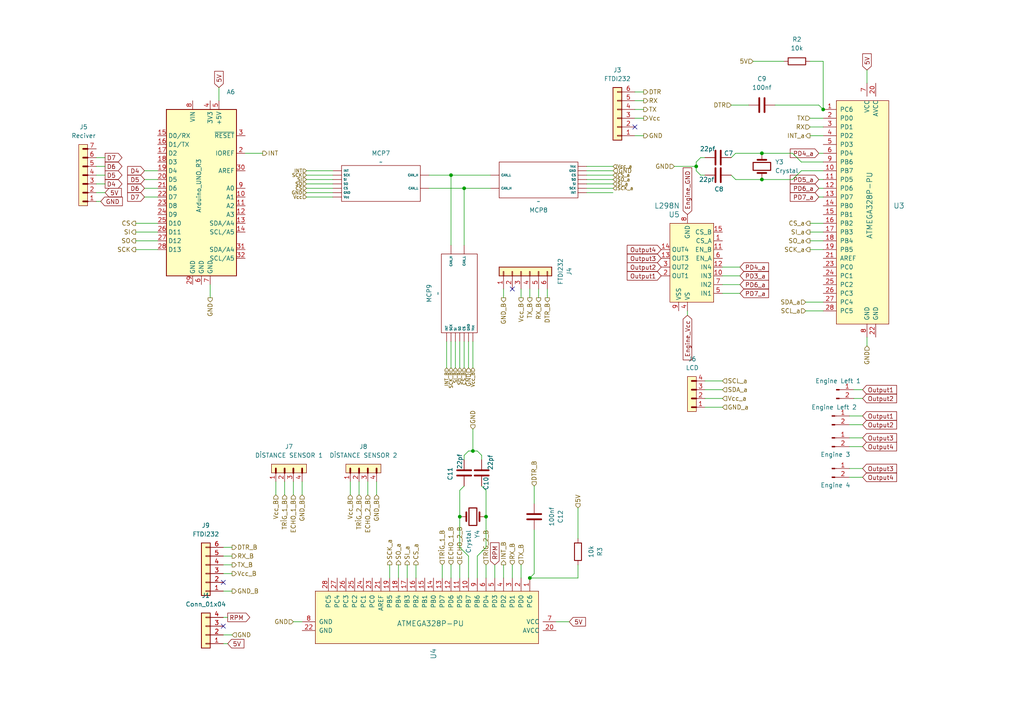
<source format=kicad_sch>
(kicad_sch (version 20231120) (generator "eeschema") (generator_version "8.0")
  (paper "A4")
  (title_block (title "All connections") (date "2024-07-21") (company "Ankara University"))
  (lib_symbols
    (symbol "Connector:Conn_01x02_Pin" (pin_names (offset 1.016) hide)
      (property "Reference" "J" (at 0 2.54 0))
      (property "Value" "Conn_01x02_Pin" (at 0 -5.08 0))
      (symbol "Conn_01x02_Pin_1_1"
        (polyline (pts (xy 1.27 -2.54) (xy 0.8636 -2.54)) (stroke (width 0.1524)))
        (polyline (pts (xy 1.27 0) (xy 0.8636 0)) (stroke (width 0.1524)))
        (rectangle (start 0.8636 -2.413) (end 0 -2.667) (stroke (width 0.1524)) (fill (type outline)))
        (rectangle (start 0.8636 0.127) (end 0 -0.127) (stroke (width 0.1524)) (fill (type outline)))
        (pin passive line (at 5.08 0 180) (length 3.81) (name "Pin_1") (number "1"))
        (pin passive line (at 5.08 -2.54 180) (length 3.81) (name "Pin_2") (number "2"))
      )
    )
    (symbol "Connector_Generic:Conn_01x04" (pin_names (offset 1.016) hide)
      (property "Reference" "J" (at 0 5.08 0))
      (property "Value" "Conn_01x04" (at 0 -7.62 0))
      (symbol "Conn_01x04_1_1"
        (rectangle (start -1.27 -4.953) (end 0 -5.207) (stroke (width 0.1524)))
        (rectangle (start -1.27 -2.413) (end 0 -2.667) (stroke (width 0.1524)))
        (rectangle (start -1.27 0.127) (end 0 -0.127) (stroke (width 0.1524)))
        (rectangle (start -1.27 2.667) (end 0 2.413) (stroke (width 0.1524)))
        (rectangle (start -1.27 3.81) (end 1.27 -6.35) (stroke (width 0.254)) (fill (type background)))
        (pin passive line (at -5.08 2.54 0) (length 3.81) (name "Pin_1") (number "1"))
        (pin passive line (at -5.08 0 0) (length 3.81) (name "Pin_2") (number "2"))
        (pin passive line (at -5.08 -2.54 0) (length 3.81) (name "Pin_3") (number "3"))
        (pin passive line (at -5.08 -5.08 0) (length 3.81) (name "Pin_4") (number "4"))
      )
    )
    (symbol "Connector_Generic:Conn_01x06" (pin_names (offset 1.016) hide)
      (property "Reference" "J" (at 0 7.62 0))
      (property "Value" "Conn_01x06" (at 0 -10.16 0))
      (symbol "Conn_01x06_1_1"
        (rectangle (start -1.27 -7.493) (end 0 -7.747) (stroke (width 0.1524)))
        (rectangle (start -1.27 -4.953) (end 0 -5.207) (stroke (width 0.1524)))
        (rectangle (start -1.27 -2.413) (end 0 -2.667) (stroke (width 0.1524)))
        (rectangle (start -1.27 0.127) (end 0 -0.127) (stroke (width 0.1524)))
        (rectangle (start -1.27 2.667) (end 0 2.413) (stroke (width 0.1524)))
        (rectangle (start -1.27 5.207) (end 0 4.953) (stroke (width 0.1524)))
        (rectangle (start -1.27 6.35) (end 1.27 -8.89) (stroke (width 0.254)) (fill (type background)))
        (pin passive line (at -5.08 5.08 0) (length 3.81) (name "Pin_1") (number "1"))
        (pin passive line (at -5.08 2.54 0) (length 3.81) (name "Pin_2") (number "2"))
        (pin passive line (at -5.08 0 0) (length 3.81) (name "Pin_3") (number "3"))
        (pin passive line (at -5.08 -2.54 0) (length 3.81) (name "Pin_4") (number "4"))
        (pin passive line (at -5.08 -5.08 0) (length 3.81) (name "Pin_5") (number "5"))
        (pin passive line (at -5.08 -7.62 0) (length 3.81) (name "Pin_6") (number "6"))
      )
    )
    (symbol "Device:C" (pin_numbers hide) (pin_names (offset 0.254))
      (property "Reference" "C" (at 0.635 2.54 0))
      (property "Value" "C" (at 0.635 -2.54 0))
      (symbol "C_0_1"
        (polyline (pts (xy -2.032 -0.762) (xy 2.032 -0.762)) (stroke (width 0.508)))
        (polyline (pts (xy -2.032 0.762) (xy 2.032 0.762)) (stroke (width 0.508)))
      )
      (symbol "C_1_1"
        (pin passive line (at 0 3.81 270) (length 2.794) (name "~") (number "1"))
        (pin passive line (at 0 -3.81 90) (length 2.794) (name "~") (number "2"))
      )
    )
    (symbol "Device:Crystal" (pin_numbers hide) (pin_names (offset 1.016) hide)
      (property "Reference" "Y" (at 0 3.81 0))
      (property "Value" "Crystal" (at 0 -3.81 0))
      (symbol "Crystal_0_1"
        (rectangle (start -1.143 2.54) (end 1.143 -2.54) (stroke (width 0.3048)))
        (polyline (pts (xy -2.54 0) (xy -1.905 0)))
        (polyline (pts (xy -1.905 -1.27) (xy -1.905 1.27)) (stroke (width 0.508)))
        (polyline (pts (xy 1.905 -1.27) (xy 1.905 1.27)) (stroke (width 0.508)))
        (polyline (pts (xy 2.54 0) (xy 1.905 0)))
      )
      (symbol "Crystal_1_1"
        (pin passive line (at -3.81 0 0) (length 1.27) (name "1") (number "1"))
        (pin passive line (at 3.81 0 180) (length 1.27) (name "2") (number "2"))
      )
    )
    (symbol "Device:R" (pin_numbers hide) (pin_names (offset 0))
      (property "Reference" "R" (at 2.032 0 90))
      (property "Value" "R" (at 0 0 90))
      (symbol "R_0_1"
        (rectangle (start -1.016 -2.54) (end 1.016 2.54) (stroke (width 0.254)))
      )
      (symbol "R_1_1"
        (pin passive line (at 0 3.81 270) (length 1.27) (name "~") (number "1"))
        (pin passive line (at 0 -3.81 90) (length 1.27) (name "~") (number "2"))
      )
    )
    (symbol "Embedded_library:MCP2515_modul_ET"
      (property "Reference" "MCP2515" (at 0 8.128 0))
      (symbol "MCP2515_modul_ET_0_1"
        (rectangle (start -10.16 5.334) (end 12.7 -5.08))
      )
      (symbol "MCP2515_modul_ET_1_1"
        (pin output line (at 15.24 2.54 180) (length 2.54) (name "CAN_H") (number ""))
        (pin output line (at 15.24 -1.27 180) (length 2.54) (name "CAN_L") (number ""))
        (pin input line (at -12.7 -1.27 0) (length 2.54) (name "CS") (number ""))
        (pin input line (at -12.7 -2.54 0) (length 2.54) (name "GND") (number ""))
        (pin input line (at -12.7 3.81 0) (length 2.54) (name "INT") (number ""))
        (pin input line (at -12.7 2.54 0) (length 2.54) (name "SCK") (number ""))
        (pin input line (at -12.7 1.27 0) (length 2.54) (name "SI") (number ""))
        (pin input line (at -12.7 0 0) (length 2.54) (name "SO") (number ""))
        (pin input line (at -12.7 -3.81 0) (length 2.54) (name "Vcc") (number ""))
      )
    )
    (symbol "MCU_Module:Arduino_UNO_R3"
      (property "Reference" "A" (at -10.16 23.495 0))
      (property "Value" "Arduino_UNO_R3" (at 5.08 -26.67 0))
      (symbol "Arduino_UNO_R3_0_1"
        (rectangle (start -10.16 22.86) (end 10.16 -25.4) (stroke (width 0.254)) (fill (type background)))
      )
      (symbol "Arduino_UNO_R3_1_1"
        (pin no_connect line (at -10.16 -20.32 0) (length 2.54) hide (name "NC") (number "1"))
        (pin bidirectional line (at 12.7 -2.54 180) (length 2.54) (name "A1") (number "10"))
        (pin bidirectional line (at 12.7 -5.08 180) (length 2.54) (name "A2") (number "11"))
        (pin bidirectional line (at 12.7 -7.62 180) (length 2.54) (name "A3") (number "12"))
        (pin bidirectional line (at 12.7 -10.16 180) (length 2.54) (name "SDA/A4") (number "13"))
        (pin bidirectional line (at 12.7 -12.7 180) (length 2.54) (name "SCL/A5") (number "14"))
        (pin bidirectional line (at -12.7 15.24 0) (length 2.54) (name "D0/RX") (number "15"))
        (pin bidirectional line (at -12.7 12.7 0) (length 2.54) (name "D1/TX") (number "16"))
        (pin bidirectional line (at -12.7 10.16 0) (length 2.54) (name "D2") (number "17"))
        (pin bidirectional line (at -12.7 7.62 0) (length 2.54) (name "D3") (number "18"))
        (pin bidirectional line (at -12.7 5.08 0) (length 2.54) (name "D4") (number "19"))
        (pin output line (at 12.7 10.16 180) (length 2.54) (name "IOREF") (number "2"))
        (pin bidirectional line (at -12.7 2.54 0) (length 2.54) (name "D5") (number "20"))
        (pin bidirectional line (at -12.7 0 0) (length 2.54) (name "D6") (number "21"))
        (pin bidirectional line (at -12.7 -2.54 0) (length 2.54) (name "D7") (number "22"))
        (pin bidirectional line (at -12.7 -5.08 0) (length 2.54) (name "D8") (number "23"))
        (pin bidirectional line (at -12.7 -7.62 0) (length 2.54) (name "D9") (number "24"))
        (pin bidirectional line (at -12.7 -10.16 0) (length 2.54) (name "D10") (number "25"))
        (pin bidirectional line (at -12.7 -12.7 0) (length 2.54) (name "D11") (number "26"))
        (pin bidirectional line (at -12.7 -15.24 0) (length 2.54) (name "D12") (number "27"))
        (pin bidirectional line (at -12.7 -17.78 0) (length 2.54) (name "D13") (number "28"))
        (pin power_in line (at -2.54 -27.94 90) (length 2.54) (name "GND") (number "29"))
        (pin input line (at 12.7 15.24 180) (length 2.54) (name "~{RESET}") (number "3"))
        (pin input line (at 12.7 5.08 180) (length 2.54) (name "AREF") (number "30"))
        (pin bidirectional line (at 12.7 -17.78 180) (length 2.54) (name "SDA/A4") (number "31"))
        (pin bidirectional line (at 12.7 -20.32 180) (length 2.54) (name "SCL/A5") (number "32"))
        (pin power_out line (at 2.54 25.4 270) (length 2.54) (name "3V3") (number "4"))
        (pin power_out line (at 5.08 25.4 270) (length 2.54) (name "+5V") (number "5"))
        (pin power_in line (at 0 -27.94 90) (length 2.54) (name "GND") (number "6"))
        (pin power_in line (at 2.54 -27.94 90) (length 2.54) (name "GND") (number "7"))
        (pin power_in line (at -2.54 25.4 270) (length 2.54) (name "VIN") (number "8"))
        (pin bidirectional line (at 12.7 0 180) (length 2.54) (name "A0") (number "9"))
      )
    )
    (symbol "PCM_SL_Pin_Headers:PINHD_1x4_Male"
      (property "Reference" "J" (at 0 8.89 0))
      (property "Value" "PINHD_1x4_Male" (at 0 6.35 0))
      (symbol "PINHD_1x4_Male_0_1"
        (rectangle (start -1.27 5.08) (end 1.27 -5.08) (fill (type background)))
        (polyline (pts (xy -1.27 -3.81) (xy 0 -3.81)) (stroke (width 0.3)))
        (polyline (pts (xy -1.27 -3.81) (xy 0 -3.81)) (stroke (width 0.5)))
        (polyline (pts (xy -1.27 -1.27) (xy 0 -1.27)) (stroke (width 0.3)))
        (polyline (pts (xy -1.27 -1.27) (xy 0 -1.27)) (stroke (width 0.5)))
        (polyline (pts (xy -1.27 1.27) (xy 0 1.27)) (stroke (width 0.3)))
        (polyline (pts (xy -1.27 1.27) (xy 0 1.27)) (stroke (width 0.5)))
        (polyline (pts (xy -1.27 3.81) (xy 0 3.81)) (stroke (width 0.3)))
        (polyline (pts (xy -1.27 3.81) (xy 0 3.81)) (stroke (width 0.5)))
      )
      (symbol "PINHD_1x4_Male_1_1"
        (pin passive line (at -3.81 3.81 0) (length 2.54) (name "") (number "1"))
        (pin passive line (at -3.81 1.27 0) (length 2.54) (name "") (number "2"))
        (pin passive line (at -3.81 -1.27 0) (length 2.54) (name "") (number "3"))
        (pin passive line (at -3.81 -3.81 0) (length 2.54) (name "") (number "4"))
      )
    )
    (symbol "PCM_SL_Pin_Headers:PINHD_1x7_Male"
      (property "Reference" "J" (at 0 12.7 0))
      (property "Value" "PINHD_1x7_Male" (at 0 10.16 0))
      (symbol "PINHD_1x7_Male_0_1"
        (rectangle (start -1.27 8.89) (end 1.27 -8.89) (fill (type background)))
        (polyline (pts (xy -1.27 -7.62) (xy 0 -7.62)) (stroke (width 0.3)))
        (polyline (pts (xy -1.27 -7.62) (xy 0 -7.62)) (stroke (width 0.5)))
        (polyline (pts (xy -1.27 -5.08) (xy 0 -5.08)) (stroke (width 0.3)))
        (polyline (pts (xy -1.27 -5.08) (xy 0 -5.08)) (stroke (width 0.5)))
        (polyline (pts (xy -1.27 -2.54) (xy 0 -2.54)) (stroke (width 0.3)))
        (polyline (pts (xy -1.27 -2.54) (xy 0 -2.54)) (stroke (width 0.5)))
        (polyline (pts (xy -1.27 0) (xy 0 0)) (stroke (width 0.3)))
        (polyline (pts (xy -1.27 0) (xy 0 0)) (stroke (width 0.5)))
        (polyline (pts (xy -1.27 2.54) (xy 0 2.54)) (stroke (width 0.3)))
        (polyline (pts (xy -1.27 2.54) (xy 0 2.54)) (stroke (width 0.5)))
        (polyline (pts (xy -1.27 5.08) (xy 0 5.08)) (stroke (width 0.3)))
        (polyline (pts (xy -1.27 5.08) (xy 0 5.08)) (stroke (width 0.5)))
        (polyline (pts (xy -1.27 7.62) (xy 0 7.62)) (stroke (width 0.3)))
        (polyline (pts (xy -1.27 7.62) (xy 0 7.62)) (stroke (width 0.5)))
      )
      (symbol "PINHD_1x7_Male_1_1"
        (pin passive line (at -3.81 7.62 0) (length 2.54) (name "") (number "1"))
        (pin passive line (at -3.81 5.08 0) (length 2.54) (name "") (number "2"))
        (pin passive line (at -3.81 2.54 0) (length 2.54) (name "") (number "3"))
        (pin passive line (at -3.81 0 0) (length 2.54) (name "") (number "4"))
        (pin passive line (at -3.81 -2.54 0) (length 2.54) (name "") (number "5"))
        (pin passive line (at -3.81 -5.08 0) (length 2.54) (name "") (number "6"))
        (pin passive line (at -3.81 -7.62 0) (length 2.54) (name "") (number "7"))
      )
    )
    (symbol "dk_Embedded-Microcontrollers:ATMEGA328P-PU" (pin_names (offset 1.016))
      (property "Reference" "U" (at -8.89 33.02 0))
      (property "Value" "ATMEGA328P-PU" (at 2.54 -1.27 90))
      (symbol "ATMEGA328P-PU_0_1"
        (rectangle (start -8.89 30.48) (end 6.35 -34.29) (fill (type background)))
      )
      (symbol "ATMEGA328P-PU_1_1"
        (pin bidirectional line (at -12.7 27.94 0) (length 3.81) (name "PC6") (number "1"))
        (pin bidirectional line (at -12.7 10.16 0) (length 3.81) (name "PB7") (number "10"))
        (pin bidirectional line (at -12.7 7.62 0) (length 3.81) (name "PD5") (number "11"))
        (pin bidirectional line (at -12.7 5.08 0) (length 3.81) (name "PD6") (number "12"))
        (pin bidirectional line (at -12.7 2.54 0) (length 3.81) (name "PD7") (number "13"))
        (pin bidirectional line (at -12.7 0 0) (length 3.81) (name "PB0") (number "14"))
        (pin bidirectional line (at -12.7 -2.54 0) (length 3.81) (name "PB1") (number "15"))
        (pin bidirectional line (at -12.7 -5.08 0) (length 3.81) (name "PB2") (number "16"))
        (pin bidirectional line (at -12.7 -7.62 0) (length 3.81) (name "PB3") (number "17"))
        (pin bidirectional line (at -12.7 -10.16 0) (length 3.81) (name "PB4") (number "18"))
        (pin bidirectional line (at -12.7 -12.7 0) (length 3.81) (name "PB5") (number "19"))
        (pin bidirectional line (at -12.7 25.4 0) (length 3.81) (name "PD0") (number "2"))
        (pin power_in line (at 2.54 35.56 270) (length 3.81) (name "AVCC") (number "20"))
        (pin input line (at -12.7 -15.24 0) (length 3.81) (name "AREF") (number "21"))
        (pin power_in line (at 2.54 -38.1 90) (length 3.81) (name "GND") (number "22"))
        (pin bidirectional line (at -12.7 -17.78 0) (length 3.81) (name "PC0") (number "23"))
        (pin bidirectional line (at -12.7 -20.32 0) (length 3.81) (name "PC1") (number "24"))
        (pin bidirectional line (at -12.7 -22.86 0) (length 3.81) (name "PC2") (number "25"))
        (pin bidirectional line (at -12.7 -25.4 0) (length 3.81) (name "PC3") (number "26"))
        (pin bidirectional line (at -12.7 -27.94 0) (length 3.81) (name "PC4") (number "27"))
        (pin bidirectional line (at -12.7 -30.48 0) (length 3.81) (name "PC5") (number "28"))
        (pin bidirectional line (at -12.7 22.86 0) (length 3.81) (name "PD1") (number "3"))
        (pin bidirectional line (at -12.7 20.32 0) (length 3.81) (name "PD2") (number "4"))
        (pin bidirectional line (at -12.7 17.78 0) (length 3.81) (name "PD3") (number "5"))
        (pin bidirectional line (at -12.7 15.24 0) (length 3.81) (name "PD4") (number "6"))
        (pin power_in line (at 0 35.56 270) (length 3.81) (name "VCC") (number "7"))
        (pin power_in line (at 0 -38.1 90) (length 3.81) (name "GND") (number "8"))
        (pin bidirectional line (at -12.7 12.7 0) (length 3.81) (name "PB6") (number "9"))
      )
    )
    (symbol "dk_PMIC-Full-Half-Bridge-Drivers:L298N"
      (property "Reference" "U" (at -5.08 8.89 0))
      (property "Value" "L298N" (at -2.54 11.43 0))
      (symbol "L298N_0_1"
        (rectangle (start -7.62 7.62) (end 5.08 -15.24) (fill (type background)))
      )
      (symbol "L298N_1_1"
        (pin input line (at -10.16 -10.16 0) (length 2.54) (name "CS_A") (number "1"))
        (pin input line (at -10.16 0 0) (length 2.54) (name "IN3") (number "10"))
        (pin input line (at -10.16 -7.62 0) (length 2.54) (name "EN_B") (number "11"))
        (pin input line (at -10.16 -2.54 0) (length 2.54) (name "IN4") (number "12"))
        (pin output line (at 7.62 -5.08 180) (length 2.54) (name "OUT3") (number "13"))
        (pin output line (at 7.62 -7.62 180) (length 2.54) (name "OUT4") (number "14"))
        (pin input line (at -10.16 -12.7 0) (length 2.54) (name "CS_B") (number "15"))
        (pin output line (at 7.62 0 180) (length 2.54) (name "OUT1") (number "2"))
        (pin output line (at 7.62 -2.54 180) (length 2.54) (name "OUT2") (number "3"))
        (pin power_in line (at 0 10.16 270) (length 2.54) (name "VS") (number "4"))
        (pin input line (at -10.16 5.08 0) (length 2.54) (name "IN1") (number "5"))
        (pin input line (at -10.16 -5.08 0) (length 2.54) (name "EN_A") (number "6"))
        (pin input line (at -10.16 2.54 0) (length 2.54) (name "IN2") (number "7"))
        (pin power_in line (at 0 -17.78 90) (length 2.54) (name "GND") (number "8"))
        (pin power_in line (at 2.54 10.16 270) (length 2.54) (name "VSS") (number "9"))
      )
    )
  )
  (junction (at 137.16 130.81))
  (junction (at 133.35 149.86))
  (junction (at 220.98 44.45))
  (junction (at 130.81 50.8))
  (junction (at 153.67 167.64))
  (junction (at 238.76 31.75))
  (junction (at 140.97 149.86))
  (junction (at 220.98 52.07))
  (junction (at 134.62 54.61))
  (junction (at 201.93 48.26))
  (no_connect (at 64.77 168.91))
  (no_connect (at 184.15 36.83))
  (no_connect (at 64.77 181.61))
  (no_connect (at 148.59 83.82))
  (wire (pts (xy 237.49 30.48) (xy 238.76 31.75)))
  (wire (pts (xy 209.55 77.47) (xy 214.63 77.47)))
  (wire (pts (xy 146.05 163.83) (xy 146.05 167.64)))
  (wire (pts (xy 27.94 48.26) (xy 30.48 48.26)))
  (wire (pts (xy 213.36 44.45) (xy 212.09 45.72)))
  (wire (pts (xy 133.35 149.86) (xy 133.35 142.24)))
  (wire (pts (xy 88.9 57.15) (xy 96.52 57.15)))
  (wire (pts (xy 246.38 127) (xy 250.19 127)))
  (wire (pts (xy 232.41 46.99) (xy 238.76 46.99)))
  (wire (pts (xy 64.77 161.29) (xy 67.31 161.29)))
  (wire (pts (xy 220.98 44.45) (xy 213.36 44.45)))
  (wire (pts (xy 41.91 49.53) (xy 45.72 49.53)))
  (wire (pts (xy 134.62 54.61) (xy 134.62 71.12)))
  (wire (pts (xy 39.37 64.77) (xy 45.72 64.77)))
  (wire (pts (xy 199.39 90.17) (xy 199.39 91.44)))
  (wire (pts (xy 124.46 50.8) (xy 130.81 50.8)))
  (wire (pts (xy 137.16 124.46) (xy 137.16 130.81)))
  (wire (pts (xy 209.55 82.55) (xy 214.63 82.55)))
  (wire (pts (xy 154.94 140.97) (xy 154.94 146.05)))
  (wire (pts (xy 177.8 50.8) (xy 170.18 50.8)))
  (wire (pts (xy 234.95 36.83) (xy 238.76 36.83)))
  (wire (pts (xy 246.38 120.65) (xy 250.19 120.65)))
  (wire (pts (xy 39.37 72.39) (xy 45.72 72.39)))
  (wire (pts (xy 212.09 30.48) (xy 217.17 30.48)))
  (wire (pts (xy 201.93 48.26) (xy 201.93 49.53)))
  (wire (pts (xy 234.95 64.77) (xy 238.76 64.77)))
  (wire (pts (xy 184.15 31.75) (xy 186.69 31.75)))
  (wire (pts (xy 88.9 49.53) (xy 96.52 49.53)))
  (wire (pts (xy 167.64 163.83) (xy 167.64 167.64)))
  (wire (pts (xy 41.91 52.07) (xy 45.72 52.07)))
  (wire (pts (xy 115.57 163.83) (xy 115.57 167.64)))
  (wire (pts (xy 140.97 149.86) (xy 140.97 158.75)))
  (wire (pts (xy 209.55 80.01) (xy 214.63 80.01)))
  (wire (pts (xy 140.97 142.24) (xy 139.7 140.97)))
  (wire (pts (xy 27.94 53.34) (xy 30.48 53.34)))
  (wire (pts (xy 106.68 139.7) (xy 106.68 143.51)))
  (wire (pts (xy 237.49 44.45) (xy 238.76 44.45)))
  (wire (pts (xy 234.95 34.29) (xy 238.76 34.29)))
  (wire (pts (xy 130.81 163.83) (xy 130.81 167.64)))
  (wire (pts (xy 247.65 115.57) (xy 250.19 115.57)))
  (wire (pts (xy 140.97 149.86) (xy 140.97 142.24)))
  (wire (pts (xy 128.27 163.83) (xy 128.27 167.64)))
  (wire (pts (xy 27.94 45.72) (xy 30.48 45.72)))
  (wire (pts (xy 234.95 72.39) (xy 238.76 72.39)))
  (wire (pts (xy 246.38 138.43) (xy 250.19 138.43)))
  (wire (pts (xy 165.1 180.34) (xy 161.29 180.34)))
  (wire (pts (xy 101.6 139.7) (xy 101.6 143.51)))
  (wire (pts (xy 135.89 130.81) (xy 134.62 132.08)))
  (wire (pts (xy 85.09 139.7) (xy 85.09 143.51)))
  (wire (pts (xy 184.15 29.21) (xy 186.69 29.21)))
  (wire (pts (xy 133.35 149.86) (xy 133.35 158.75)))
  (wire (pts (xy 203.2 45.72) (xy 201.93 46.99)))
  (wire (pts (xy 246.38 135.89) (xy 250.19 135.89)))
  (wire (pts (xy 237.49 54.61) (xy 238.76 54.61)))
  (wire (pts (xy 234.95 67.31) (xy 238.76 67.31)))
  (wire (pts (xy 118.11 163.83) (xy 118.11 167.64)))
  (wire (pts (xy 184.15 34.29) (xy 186.69 34.29)))
  (wire (pts (xy 139.7 132.08) (xy 139.7 133.35)))
  (wire (pts (xy 195.58 48.26) (xy 201.93 48.26)))
  (wire (pts (xy 234.95 17.78) (xy 238.76 17.78)))
  (wire (pts (xy 143.51 163.83) (xy 143.51 167.64)))
  (wire (pts (xy 177.8 54.61) (xy 170.18 54.61)))
  (wire (pts (xy 130.81 50.8) (xy 142.24 50.8)))
  (wire (pts (xy 39.37 69.85) (xy 45.72 69.85)))
  (wire (pts (xy 201.93 49.53) (xy 203.2 50.8)))
  (wire (pts (xy 203.2 45.72) (xy 204.47 45.72)))
  (wire (pts (xy 80.01 139.7) (xy 80.01 143.51)))
  (wire (pts (xy 238.76 17.78) (xy 238.76 31.75)))
  (wire (pts (xy 158.75 83.82) (xy 158.75 86.36)))
  (wire (pts (xy 129.54 106.68) (xy 129.54 99.06)))
  (wire (pts (xy 156.21 83.82) (xy 156.21 86.36)))
  (wire (pts (xy 88.9 54.61) (xy 96.52 54.61)))
  (wire (pts (xy 64.77 184.15) (xy 67.31 184.15)))
  (wire (pts (xy 134.62 132.08) (xy 134.62 133.35)))
  (wire (pts (xy 71.12 44.45) (xy 76.2 44.45)))
  (wire (pts (xy 124.46 54.61) (xy 134.62 54.61)))
  (wire (pts (xy 237.49 52.07) (xy 238.76 52.07)))
  (wire (pts (xy 88.9 55.88) (xy 96.52 55.88)))
  (wire (pts (xy 135.89 161.29) (xy 133.35 158.75)))
  (wire (pts (xy 177.8 48.26) (xy 170.18 48.26)))
  (wire (pts (xy 138.43 130.81) (xy 137.16 130.81)))
  (wire (pts (xy 120.65 163.83) (xy 120.65 167.64)))
  (wire (pts (xy 60.96 82.55) (xy 60.96 86.36)))
  (wire (pts (xy 139.7 132.08) (xy 138.43 130.81)))
  (wire (pts (xy 177.8 49.53) (xy 170.18 49.53)))
  (wire (pts (xy 41.91 54.61) (xy 45.72 54.61)))
  (wire (pts (xy 133.35 163.83) (xy 133.35 167.64)))
  (wire (pts (xy 113.03 163.83) (xy 113.03 167.64)))
  (wire (pts (xy 109.22 139.7) (xy 109.22 143.51)))
  (wire (pts (xy 88.9 53.34) (xy 96.52 53.34)))
  (wire (pts (xy 64.77 179.07) (xy 66.04 179.07)))
  (wire (pts (xy 41.91 57.15) (xy 45.72 57.15)))
  (wire (pts (xy 233.68 87.63) (xy 238.76 87.63)))
  (wire (pts (xy 133.35 142.24) (xy 134.62 140.97)))
  (wire (pts (xy 237.49 57.15) (xy 238.76 57.15)))
  (wire (pts (xy 146.05 83.82) (xy 146.05 86.36)))
  (wire (pts (xy 167.64 147.32) (xy 167.64 156.21)))
  (wire (pts (xy 64.77 171.45) (xy 67.31 171.45)))
  (wire (pts (xy 148.59 163.83) (xy 148.59 167.64)))
  (wire (pts (xy 27.94 55.88) (xy 30.48 55.88)))
  (wire (pts (xy 27.94 58.42) (xy 29.21 58.42)))
  (wire (pts (xy 140.97 163.83) (xy 140.97 167.64)))
  (wire (pts (xy 204.47 115.57) (xy 209.55 115.57)))
  (wire (pts (xy 234.95 39.37) (xy 238.76 39.37)))
  (wire (pts (xy 167.64 167.64) (xy 153.67 167.64)))
  (wire (pts (xy 220.98 44.45) (xy 229.87 44.45)))
  (wire (pts (xy 132.08 106.68) (xy 132.08 99.06)))
  (wire (pts (xy 251.46 100.33) (xy 251.46 97.79)))
  (wire (pts (xy 234.95 69.85) (xy 238.76 69.85)))
  (wire (pts (xy 134.62 54.61) (xy 142.24 54.61)))
  (wire (pts (xy 135.89 106.68) (xy 135.89 99.06)))
  (wire (pts (xy 201.93 46.99) (xy 201.93 48.26)))
  (wire (pts (xy 232.41 46.99) (xy 229.87 44.45)))
  (wire (pts (xy 137.16 130.81) (xy 135.89 130.81)))
  (wire (pts (xy 154.94 153.67) (xy 154.94 166.37)))
  (wire (pts (xy 232.41 49.53) (xy 229.87 52.07)))
  (wire (pts (xy 64.77 158.75) (xy 67.31 158.75)))
  (wire (pts (xy 87.63 139.7) (xy 87.63 143.51)))
  (wire (pts (xy 135.89 161.29) (xy 135.89 167.64)))
  (wire (pts (xy 39.37 67.31) (xy 45.72 67.31)))
  (wire (pts (xy 27.94 50.8) (xy 30.48 50.8)))
  (wire (pts (xy 104.14 139.7) (xy 104.14 143.51)))
  (wire (pts (xy 251.46 20.32) (xy 251.46 24.13)))
  (wire (pts (xy 151.13 163.83) (xy 151.13 167.64)))
  (wire (pts (xy 133.35 106.68) (xy 133.35 99.06)))
  (wire (pts (xy 64.77 166.37) (xy 67.31 166.37)))
  (wire (pts (xy 213.36 52.07) (xy 212.09 50.8)))
  (wire (pts (xy 177.8 52.07) (xy 170.18 52.07)))
  (wire (pts (xy 64.77 186.69) (xy 66.04 186.69)))
  (wire (pts (xy 246.38 129.54) (xy 250.19 129.54)))
  (wire (pts (xy 154.94 166.37) (xy 153.67 167.64)))
  (wire (pts (xy 138.43 161.29) (xy 138.43 167.64)))
  (wire (pts (xy 224.79 30.48) (xy 237.49 30.48)))
  (wire (pts (xy 220.98 52.07) (xy 213.36 52.07)))
  (wire (pts (xy 137.16 106.68) (xy 137.16 99.06)))
  (wire (pts (xy 218.44 17.78) (xy 227.33 17.78)))
  (wire (pts (xy 184.15 26.67) (xy 186.69 26.67)))
  (wire (pts (xy 204.47 110.49) (xy 209.55 110.49)))
  (wire (pts (xy 204.47 118.11) (xy 209.55 118.11)))
  (wire (pts (xy 82.55 139.7) (xy 82.55 143.51)))
  (wire (pts (xy 63.5 25.4) (xy 63.5 29.21)))
  (wire (pts (xy 64.77 163.83) (xy 67.31 163.83)))
  (wire (pts (xy 232.41 49.53) (xy 238.76 49.53)))
  (wire (pts (xy 151.13 83.82) (xy 151.13 86.36)))
  (wire (pts (xy 184.15 39.37) (xy 186.69 39.37)))
  (wire (pts (xy 138.43 161.29) (xy 140.97 158.75)))
  (wire (pts (xy 88.9 52.07) (xy 96.52 52.07)))
  (wire (pts (xy 220.98 52.07) (xy 229.87 52.07)))
  (wire (pts (xy 130.81 50.8) (xy 130.81 71.12)))
  (wire (pts (xy 209.55 85.09) (xy 214.63 85.09)))
  (wire (pts (xy 177.8 53.34) (xy 170.18 53.34)))
  (wire (pts (xy 88.9 50.8) (xy 96.52 50.8)))
  (wire (pts (xy 177.8 55.88) (xy 170.18 55.88)))
  (wire (pts (xy 203.2 50.8) (xy 204.47 50.8)))
  (wire (pts (xy 246.38 123.19) (xy 250.19 123.19)))
  (wire (pts (xy 247.65 113.03) (xy 250.19 113.03)))
  (wire (pts (xy 204.47 113.03) (xy 209.55 113.03)))
  (wire (pts (xy 233.68 90.17) (xy 238.76 90.17)))
  (wire (pts (xy 134.62 106.68) (xy 134.62 99.06)))
  (wire (pts (xy 153.67 83.82) (xy 153.67 86.36)))
  (wire (pts (xy 85.09 180.34) (xy 87.63 180.34)))
  (wire (pts (xy 130.81 106.68) (xy 130.81 99.06)))
  (global_label "Engine_GND" (shape input) (at 199.39 62.23 90) (property "Intersheetrefs" "${INTERSHEET_REFS}" (effects (hide yes))))
  (global_label "Output2" (shape input) (at 250.19 123.19 0) (property "Intersheetrefs" "${INTERSHEET_REFS}" (effects (hide yes))))
  (global_label "PD4_a" (shape input) (at 237.49 44.45 180) (property "Intersheetrefs" "${INTERSHEET_REFS}" (effects (hide yes))))
  (global_label "Output1" (shape input) (at 250.19 113.03 0) (property "Intersheetrefs" "${INTERSHEET_REFS}" (effects (hide yes))))
  (global_label "RPM" (shape output) (at 66.04 179.07 0) (property "Intersheetrefs" "${INTERSHEET_REFS}" (effects (hide yes))))
  (global_label "Output4" (shape input) (at 250.19 138.43 0) (property "Intersheetrefs" "${INTERSHEET_REFS}" (effects (hide yes))))
  (global_label "D5" (shape output) (at 30.48 50.8 0) (property "Intersheetrefs" "${INTERSHEET_REFS}" (effects (hide yes))))
  (global_label "PD5_a" (shape input) (at 237.49 52.07 180) (property "Intersheetrefs" "${INTERSHEET_REFS}" (effects (hide yes))))
  (global_label "GND" (shape input) (at 29.21 58.42 0) (property "Intersheetrefs" "${INTERSHEET_REFS}" (effects (hide yes))))
  (global_label "D7" (shape output) (at 30.48 45.72 0) (property "Intersheetrefs" "${INTERSHEET_REFS}" (effects (hide yes))))
  (global_label "5V" (shape input) (at 66.04 186.69 0) (property "Intersheetrefs" "${INTERSHEET_REFS}" (effects (hide yes))))
  (global_label "PD7_a" (shape input) (at 214.63 85.09 0) (property "Intersheetrefs" "${INTERSHEET_REFS}" (effects (hide yes))))
  (global_label "D5" (shape input) (at 41.91 52.07 180) (property "Intersheetrefs" "${INTERSHEET_REFS}" (effects (hide yes))))
  (global_label "5V" (shape input) (at 63.5 25.4 90) (property "Intersheetrefs" "${INTERSHEET_REFS}" (effects (hide yes))))
  (global_label "PD4_a" (shape input) (at 214.63 77.47 0) (property "Intersheetrefs" "${INTERSHEET_REFS}" (effects (hide yes))))
  (global_label "PD7_a" (shape input) (at 237.49 57.15 180) (property "Intersheetrefs" "${INTERSHEET_REFS}" (effects (hide yes))))
  (global_label "D4" (shape input) (at 41.91 49.53 180) (property "Intersheetrefs" "${INTERSHEET_REFS}" (effects (hide yes))))
  (global_label "5V" (shape input) (at 165.1 180.34 0) (property "Intersheetrefs" "${INTERSHEET_REFS}" (effects (hide yes))))
  (global_label "Output1" (shape input) (at 250.19 120.65 0) (property "Intersheetrefs" "${INTERSHEET_REFS}" (effects (hide yes))))
  (global_label "Output3" (shape input) (at 250.19 127 0) (property "Intersheetrefs" "${INTERSHEET_REFS}" (effects (hide yes))))
  (global_label "D7" (shape input) (at 41.91 57.15 180) (property "Intersheetrefs" "${INTERSHEET_REFS}" (effects (hide yes))))
  (global_label "Output3" (shape input) (at 191.77 74.93 180) (property "Intersheetrefs" "${INTERSHEET_REFS}" (effects (hide yes))))
  (global_label "Output1" (shape input) (at 191.77 80.01 180) (property "Intersheetrefs" "${INTERSHEET_REFS}" (effects (hide yes))))
  (global_label "Engine_Vcc" (shape input) (at 199.39 91.44 270) (property "Intersheetrefs" "${INTERSHEET_REFS}" (effects (hide yes))))
  (global_label "5V" (shape input) (at 251.46 20.32 90) (property "Intersheetrefs" "${INTERSHEET_REFS}" (effects (hide yes))))
  (global_label "Output4" (shape input) (at 250.19 129.54 0) (property "Intersheetrefs" "${INTERSHEET_REFS}" (effects (hide yes))))
  (global_label "D6" (shape input) (at 41.91 54.61 180) (property "Intersheetrefs" "${INTERSHEET_REFS}" (effects (hide yes))))
  (global_label "Output4" (shape input) (at 191.77 72.39 180) (property "Intersheetrefs" "${INTERSHEET_REFS}" (effects (hide yes))))
  (global_label "D4" (shape output) (at 30.48 53.34 0) (property "Intersheetrefs" "${INTERSHEET_REFS}" (effects (hide yes))))
  (global_label "Output2" (shape input) (at 191.77 77.47 180) (property "Intersheetrefs" "${INTERSHEET_REFS}" (effects (hide yes))))
  (global_label "Output3" (shape input) (at 250.19 135.89 0) (property "Intersheetrefs" "${INTERSHEET_REFS}" (effects (hide yes))))
  (global_label "PD6_a" (shape input) (at 214.63 82.55 0) (property "Intersheetrefs" "${INTERSHEET_REFS}" (effects (hide yes))))
  (global_label "RPM" (shape input) (at 143.51 163.83 90) (property "Intersheetrefs" "${INTERSHEET_REFS}" (effects (hide yes))))
  (global_label "PD3_a" (shape input) (at 214.63 80.01 0) (property "Intersheetrefs" "${INTERSHEET_REFS}" (effects (hide yes))))
  (global_label "D6" (shape output) (at 30.48 48.26 0) (property "Intersheetrefs" "${INTERSHEET_REFS}" (effects (hide yes))))
  (global_label "PD6_a" (shape input) (at 237.49 54.61 180) (property "Intersheetrefs" "${INTERSHEET_REFS}" (effects (hide yes))))
  (global_label "Output2" (shape input) (at 250.19 115.57 0) (property "Intersheetrefs" "${INTERSHEET_REFS}" (effects (hide yes))))
  (global_label "5V" (shape input) (at 30.48 55.88 0) (property "Intersheetrefs" "${INTERSHEET_REFS}" (effects (hide yes))))
  (hierarchical_label "CS_a" (shape output) (at 234.95 64.77 180))
  (hierarchical_label "ECHO_1_B" (shape input) (at 85.09 143.51 270))
  (hierarchical_label "SO_a" (shape input) (at 177.8 52.07 0) (effects (font (size 1 1))))
  (hierarchical_label "TX" (shape input) (at 234.95 34.29 180))
  (hierarchical_label "SI_a" (shape input) (at 177.8 53.34 0) (effects (font (size 1 1))))
  (hierarchical_label "TRİG_2_B" (shape input) (at 104.14 143.51 270))
  (hierarchical_label "GND" (shape input) (at 137.16 124.46 90))
  (hierarchical_label "SCK_a" (shape output) (at 234.95 72.39 180))
  (hierarchical_label "DTR" (shape input) (at 212.09 30.48 180))
  (hierarchical_label "RX" (shape output) (at 186.69 29.21 0))
  (hierarchical_label "DTR_B" (shape output) (at 67.31 158.75 0))
  (hierarchical_label "SI" (shape input) (at 88.9 52.07 180) (effects (font (size 1 1))))
  (hierarchical_label "DTR_B" (shape input) (at 154.94 140.97 90))
  (hierarchical_label "SI" (shape output) (at 39.37 67.31 180))
  (hierarchical_label "SCK_B" (shape input) (at 130.81 106.68 270) (effects (font (size 1 1))))
  (hierarchical_label "Vcc" (shape input) (at 88.9 57.15 180) (effects (font (size 1 1))))
  (hierarchical_label "INT_B" (shape input) (at 129.54 106.68 270) (effects (font (size 1 1))))
  (hierarchical_label "RX_B" (shape output) (at 67.31 161.29 0))
  (hierarchical_label "SI_a" (shape output) (at 118.11 163.83 90))
  (hierarchical_label "5V" (shape input) (at 218.44 17.78 180))
  (hierarchical_label "SO" (shape input) (at 88.9 53.34 180) (effects (font (size 1 1))))
  (hierarchical_label "Vcc_B" (shape output) (at 67.31 166.37 0))
  (hierarchical_label "Vcc_a" (shape input) (at 177.8 48.26 0) (effects (font (size 1 1))))
  (hierarchical_label "Vcc_B" (shape input) (at 137.16 106.68 270) (effects (font (size 1 1))))
  (hierarchical_label "TRİG_2_B" (shape input) (at 140.97 163.83 90))
  (hierarchical_label "ECHO_2_B" (shape input) (at 133.35 163.83 90))
  (hierarchical_label "Vcc_B" (shape output) (at 151.13 86.36 270))
  (hierarchical_label "GND_B" (shape output) (at 67.31 171.45 0))
  (hierarchical_label "TRİG_1_B" (shape input) (at 128.27 163.83 90))
  (hierarchical_label "SO" (shape output) (at 39.37 69.85 180))
  (hierarchical_label "GND_B" (shape output) (at 146.05 86.36 270))
  (hierarchical_label "Vcc_a" (shape input) (at 209.55 115.57 0))
  (hierarchical_label "GND" (shape input) (at 195.58 48.26 180))
  (hierarchical_label "CS_B" (shape input) (at 134.62 106.68 270) (effects (font (size 1 1))))
  (hierarchical_label "CS_a" (shape input) (at 177.8 50.8 0) (effects (font (size 1 1))))
  (hierarchical_label "INT" (shape input) (at 88.9 49.53 180) (effects (font (size 1 1))))
  (hierarchical_label "DTR_B" (shape output) (at 158.75 86.36 270))
  (hierarchical_label "SO_a" (shape output) (at 234.95 69.85 180))
  (hierarchical_label "CS_a" (shape output) (at 120.65 163.83 90))
  (hierarchical_label "GND" (shape output) (at 186.69 39.37 0))
  (hierarchical_label "RX_B" (shape input) (at 148.59 163.83 90))
  (hierarchical_label "RX" (shape input) (at 234.95 36.83 180))
  (hierarchical_label "GND" (shape input) (at 88.9 55.88 180) (effects (font (size 1 1))))
  (hierarchical_label "SI_B" (shape input) (at 132.08 106.68 270) (effects (font (size 1 1))))
  (hierarchical_label "INT_B" (shape output) (at 146.05 163.83 90))
  (hierarchical_label "CS" (shape input) (at 88.9 54.61 180) (effects (font (size 1 1))))
  (hierarchical_label "GND" (shape output) (at 60.96 86.36 270))
  (hierarchical_label "INT" (shape output) (at 76.2 44.45 0))
  (hierarchical_label "DTR" (shape output) (at 186.69 26.67 0))
  (hierarchical_label "GND_B" (shape input) (at 87.63 143.51 270))
  (hierarchical_label "SDA_a" (shape input) (at 209.55 113.03 0))
  (hierarchical_label "INT_a" (shape output) (at 234.95 39.37 180))
  (hierarchical_label "CS" (shape output) (at 39.37 64.77 180))
  (hierarchical_label "ECHO_2_B" (shape input) (at 106.68 143.51 270))
  (hierarchical_label "SCK_a" (shape input) (at 177.8 54.61 0) (effects (font (size 1 1))))
  (hierarchical_label "SCL_a" (shape input) (at 209.55 110.49 0))
  (hierarchical_label "GND_B" (shape input) (at 109.22 143.51 270))
  (hierarchical_label "SO_a" (shape output) (at 115.57 163.83 90))
  (hierarchical_label "GND" (shape input) (at 177.8 49.53 0))
  (hierarchical_label "GND" (shape input) (at 67.31 184.15 0))
  (hierarchical_label "Vcc" (shape output) (at 186.69 34.29 0))
  (hierarchical_label "TX_B" (shape output) (at 67.31 163.83 0))
  (hierarchical_label "TX_B" (shape input) (at 151.13 163.83 90))
  (hierarchical_label "SCK_a" (shape output) (at 113.03 163.83 90))
  (hierarchical_label "SO_B" (shape input) (at 133.35 106.68 270) (effects (font (size 1 1))))
  (hierarchical_label "5V" (shape input) (at 167.64 147.32 90))
  (hierarchical_label "SCK" (shape output) (at 39.37 72.39 180))
  (hierarchical_label "ECHO_1_B" (shape input) (at 130.81 163.83 90))
  (hierarchical_label "Vcc_B" (shape input) (at 80.01 143.51 270))
  (hierarchical_label "GND" (shape input) (at 135.89 106.68 270))
  (hierarchical_label "GND" (shape input) (at 85.09 180.34 180))
  (hierarchical_label "TX" (shape output) (at 186.69 31.75 0))
  (hierarchical_label "TRİG_1_B" (shape input) (at 82.55 143.51 270))
  (hierarchical_label "SI_a" (shape output) (at 234.95 67.31 180))
  (hierarchical_label "SDA_a" (shape input) (at 233.68 87.63 180))
  (hierarchical_label "GND_a" (shape input) (at 209.55 118.11 0))
  (hierarchical_label "TX_B" (shape output) (at 153.67 86.36 270))
  (hierarchical_label "GND" (shape input) (at 251.46 100.33 270))
  (hierarchical_label "RX_B" (shape output) (at 156.21 86.36 270))
  (hierarchical_label "Vcc_B" (shape input) (at 101.6 143.51 270))
  (hierarchical_label "SCK" (shape input) (at 88.9 50.8 180) (effects (font (size 1 1))))
  (hierarchical_label "SCL_a" (shape input) (at 233.68 90.17 180))
  (symbol (lib_id "Connector_Generic:Conn_01x06") (at 151.13 78.74 90) (unit 1)
    (property "Reference" "J4" (at 165.1 78.74 0))
    (property "Value" "FTDI232" (at 162.56 78.74 0))
    (property "Footprint" "Connector_PinHeader_1.00mm:PinHeader_1x06_P1.00mm_Vertical" (effects (hide yes)))
    (property "Description" "Generic connector, single row, 01x06, script generated (kicad-library-utils/schlib/autogen/connector/)" (effects (hide yes)))
  )
  (symbol (lib_id "MCU_Module:Arduino_UNO_R3") (at 58.42 54.61 0) (unit 1)
    (property "Reference" "A6" (at 65.6941 26.67 0) (effects (justify left)))
    (property "Value" "Arduino_UNO_R3" (at 57.658 61.722 90) (effects (justify left)))
    (property "Footprint" "Module:Arduino_UNO_R3" (effects (hide yes)))
    (property "Datasheet" "https://www.arduino.cc/en/Main/arduinoBoardUno" (effects (hide yes)))
    (property "Description" "Arduino UNO Microcontroller Module, release 3" (effects (hide yes)))
  )
  (symbol (lib_id "PCM_SL_Pin_Headers:PINHD_1x7_Male") (at 24.13 50.8 180) (unit 1)
    (property "Reference" "J5" (at 24.255 36.83 0))
    (property "Value" "Reciver" (at 24.255 39.37 0))
    (property "Footprint" "Connector_PinHeader_2.54mm:PinHeader_1x07_P2.54mm_Vertical" (effects (hide yes)))
    (property "Description" "Pin Header male with pin space 2.54mm. Pin Count -7" (effects (hide yes)))
  )
  (symbol (lib_id "PCM_SL_Pin_Headers:PINHD_1x4_Male") (at 83.82 135.89 90) (unit 1)
    (property "Reference" "J7" (at 83.82 129.54 90))
    (property "Value" "DİSTANCE SENSOR 1" (at 83.82 132.08 90))
    (property "Footprint" "Connector_PinHeader_2.54mm:PinHeader_1x04_P2.54mm_Vertical" (effects (hide yes)))
    (property "Description" "Pin Header male with pin space 2.54mm. Pin Count -4" (effects (hide yes)))
  )
  (symbol (lib_id "dk_Embedded-Microcontrollers:ATMEGA328P-PU") (at 251.46 59.69 0) (unit 1)
    (property "Reference" "U3" (at 259.08 59.6899 0) (effects (font (size 1.524 1.524)) (justify left)))
    (property "Value" "ATMEGA328P-PU" (at 252.222 69.342 90) (effects (font (size 1.524 1.524)) (justify left)))
    (property "Footprint" "digikey-footprints:DIP-28_W7.62mm" (effects (hide yes)))
    (property "Datasheet" "http://www.microchip.com/mymicrochip/filehandler.aspx?ddocname=en608326" (effects (hide yes)))
    (property "Description" "IC MCU 8BIT 32KB FLASH 28DIP" (effects (hide yes)))
    (property "MPN" "ATMEGA328P-PU" (effects (hide yes)))
    (property "Category" "Integrated Circuits (ICs)" (effects (hide yes)))
    (property "Family" "Embedded - Microcontrollers" (effects (hide yes)))
    (property "DK_Datasheet_Link" "http://www.microchip.com/mymicrochip/filehandler.aspx?ddocname=en608326" (effects (hide yes)))
    (property "DK_Detail_Page" "/product-detail/en/microchip-technology/ATMEGA328P-PU/ATMEGA328P-PU-ND/1914589" (effects (hide yes)))
    (property "Manufacturer" "Microchip Technology" (effects (hide yes)))
    (property "Status" "Active" (effects (hide yes)))
  )
  (symbol (lib_id "Connector:Conn_01x02_Pin") (at 242.57 113.03 0) (unit 1)
    (property "Reference" "J12" (effects (hide yes)))
    (property "Value" "Engine Left 1" (at 243.078 110.49 0))
    (property "Description" "Generic connector, single row, 01x02, script generated" (effects (hide yes)))
  )
  (symbol (lib_id "Device:Crystal") (at 137.16 149.86 0) (unit 1)
    (property "Reference" "Y4" (at 138.4301 153.67 90) (effects (justify right)))
    (property "Value" "Crystal" (at 135.8901 153.67 90) (effects (justify right)))
    (property "Description" "Two pin crystal" (effects (hide yes)))
  )
  (symbol (lib_id "Device:R") (at 167.64 160.02 0) (unit 1)
    (property "Reference" "R3" (at 173.99 160.02 90))
    (property "Value" "10k" (at 171.45 160.02 90))
    (property "Description" "Resistor" (effects (hide yes)))
  )
  (symbol (lib_id "Device:R") (at 231.14 17.78 90) (unit 1)
    (property "Reference" "R2" (at 231.14 11.43 90))
    (property "Value" "10k" (at 231.14 13.97 90))
    (property "Description" "Resistor" (effects (hide yes)))
  )
  (symbol (lib_id "PCM_SL_Pin_Headers:PINHD_1x4_Male") (at 200.66 114.3 180) (unit 1)
    (property "Reference" "J6" (at 200.785 104.14 0))
    (property "Value" "LCD" (at 200.785 106.68 0))
    (property "Footprint" "Connector_PinHeader_2.54mm:PinHeader_1x04_P2.54mm_Vertical" (effects (hide yes)))
    (property "Description" "Pin Header male with pin space 2.54mm. Pin Count -4" (effects (hide yes)))
  )
  (symbol (lib_id "Connector:Conn_01x02_Pin") (at 241.3 127 0) (unit 1)
    (property "Reference" "J10" (effects (hide yes)))
    (property "Value" "Engine 3" (at 242.316 131.826 0))
    (property "Description" "Generic connector, single row, 01x02, script generated" (effects (hide yes)))
  )
  (symbol (lib_id "Connector_Generic:Conn_01x04") (at 59.69 184.15 180) (unit 1)
    (property "Reference" "J1" (at 59.69 172.72 0))
    (property "Value" "Conn_01x04" (at 59.69 175.26 0))
    (property "Description" "Generic connector, single row, 01x04, script generated (kicad-library-utils/schlib/autogen/connector/)" (effects (hide yes)))
  )
  (symbol (lib_id "Embedded_library:MCP2515_modul_ET") (at 109.22 53.34 0) (unit 1)
    (property "Reference" "MCP7" (at 110.49 44.45 0))
    (property "Value" "~" (at 110.49 46.99 0))
  )
  (symbol (lib_id "Device:C") (at 208.28 50.8 90) (unit 1)
    (property "Reference" "C8" (at 208.534 54.864 90))
    (property "Value" "22pf" (at 205.232 43.18 90))
    (property "Footprint" "Capacitor_THT:C_Disc_D3.0mm_W1.6mm_P2.50mm" (effects (hide yes)))
    (property "Description" "Unpolarized capacitor" (effects (hide yes)))
  )
  (symbol (lib_id "dk_Embedded-Microcontrollers:ATMEGA328P-PU") (at 125.73 180.34 270) (unit 1)
    (property "Reference" "U4" (at 125.7301 187.96 0) (effects (font (size 1.524 1.524)) (justify left)))
    (property "Value" "ATMEGA328P-PU" (at 115.062 180.848 90) (effects (font (size 1.524 1.524)) (justify left)))
    (property "Footprint" "digikey-footprints:DIP-28_W7.62mm" (effects (hide yes)))
    (property "Datasheet" "http://www.microchip.com/mymicrochip/filehandler.aspx?ddocname=en608326" (effects (hide yes)))
    (property "Description" "IC MCU 8BIT 32KB FLASH 28DIP" (effects (hide yes)))
    (property "MPN" "ATMEGA328P-PU" (effects (hide yes)))
    (property "Category" "Integrated Circuits (ICs)" (effects (hide yes)))
    (property "Family" "Embedded - Microcontrollers" (effects (hide yes)))
    (property "DK_Datasheet_Link" "http://www.microchip.com/mymicrochip/filehandler.aspx?ddocname=en608326" (effects (hide yes)))
    (property "DK_Detail_Page" "/product-detail/en/microchip-technology/ATMEGA328P-PU/ATMEGA328P-PU-ND/1914589" (effects (hide yes)))
    (property "Manufacturer" "Microchip Technology" (effects (hide yes)))
    (property "Status" "Active" (effects (hide yes)))
  )
  (symbol (lib_id "Device:Crystal") (at 220.98 48.26 90) (unit 1)
    (property "Reference" "Y3" (at 224.79 46.9899 90) (effects (justify right)))
    (property "Value" "Crystal" (at 224.79 49.5299 90) (effects (justify right)))
    (property "Description" "Two pin crystal" (effects (hide yes)))
  )
  (symbol (lib_id "Device:C") (at 208.28 45.72 90) (unit 1)
    (property "Reference" "C7" (at 211.328 44.45 90))
    (property "Value" "22pf" (at 204.978 52.07 90))
    (property "Footprint" "Capacitor_THT:C_Disc_D3.0mm_W1.6mm_P2.50mm" (effects (hide yes)))
    (property "Description" "Unpolarized capacitor" (effects (hide yes)))
  )
  (symbol (lib_id "Device:C") (at 220.98 30.48 270) (unit 1)
    (property "Reference" "C9" (at 220.98 22.86 90))
    (property "Value" "100nf" (at 220.98 25.4 90))
    (property "Footprint" "Capacitor_THT:C_Disc_D3.0mm_W1.6mm_P2.50mm" (effects (hide yes)))
    (property "Description" "Unpolarized capacitor" (effects (hide yes)))
  )
  (symbol (lib_id "Connector:Conn_01x02_Pin") (at 241.3 135.89 0) (unit 1)
    (property "Reference" "J13" (effects (hide yes)))
    (property "Value" "Engine 4" (at 242.316 140.716 0))
    (property "Description" "Generic connector, single row, 01x02, script generated" (effects (hide yes)))
  )
  (symbol (lib_id "Device:C") (at 154.94 149.86 180) (unit 1)
    (property "Reference" "C12" (at 162.56 149.86 90))
    (property "Value" "100nf" (at 160.02 149.86 90))
    (property "Footprint" "Capacitor_THT:C_Disc_D3.0mm_W1.6mm_P2.50mm" (effects (hide yes)))
    (property "Description" "Unpolarized capacitor" (effects (hide yes)))
  )
  (symbol (lib_id "PCM_SL_Pin_Headers:PINHD_1x4_Male") (at 105.41 135.89 90) (unit 1)
    (property "Reference" "J8" (at 105.41 129.54 90))
    (property "Value" "DİSTANCE SENSOR 2" (at 105.41 132.08 90))
    (property "Footprint" "Connector_PinHeader_2.54mm:PinHeader_1x04_P2.54mm_Vertical" (effects (hide yes)))
    (property "Description" "Pin Header male with pin space 2.54mm. Pin Count -4" (effects (hide yes)))
  )
  (symbol (lib_id "Device:C") (at 139.7 137.16 0) (unit 1)
    (property "Reference" "C10" (at 140.97 140.208 90))
    (property "Value" "22pf" (at 133.35 133.858 90))
    (property "Footprint" "Capacitor_THT:C_Disc_D3.0mm_W1.6mm_P2.50mm" (effects (hide yes)))
    (property "Description" "Unpolarized capacitor" (effects (hide yes)))
  )
  (symbol (lib_id "dk_PMIC-Full-Half-Bridge-Drivers:L298N") (at 199.39 80.01 180) (unit 1)
    (property "Reference" "U5" (at 197.1959 62.23 0) (effects (font (size 1.524 1.524)) (justify left)))
    (property "Value" "L298N" (at 197.1959 59.69 0) (effects (font (size 1.524 1.524)) (justify left)))
    (property "Footprint" "digikey-footprints:Multiwatt-15" (effects (hide yes)))
    (property "Datasheet" "http://www.st.com/content/ccc/resource/technical/document/datasheet/82/cc/3f/39/0a/29/4d/f0/CD00000240.pdf/files/CD00000240.pdf/jcr:content/translations/en.CD00000240.pdf" (effects (hide yes)))
    (property "Description" "IC BRIDGE DRIVER PAR 15MULTIWATT" (effects (hide yes)))
    (property "MPN" "L298N" (effects (hide yes)))
    (property "Category" "Integrated Circuits (ICs)" (effects (hide yes)))
    (property "Family" "PMIC - Full, Half-Bridge Drivers" (effects (hide yes)))
    (property "DK_Datasheet_Link" "http://www.st.com/content/ccc/resource/technical/document/datasheet/82/cc/3f/39/0a/29/4d/f0/CD00000240.pdf/files/CD00000240.pdf/jcr:content/translations/en.CD00000240.pdf" (effects (hide yes)))
    (property "DK_Detail_Page" "/product-detail/en/stmicroelectronics/L298N/497-1395-5-ND/585918" (effects (hide yes)))
    (property "Manufacturer" "STMicroelectronics" (effects (hide yes)))
    (property "Status" "Active" (effects (hide yes)))
  )
  (symbol (lib_id "Connector_Generic:Conn_01x06") (at 59.69 166.37 180) (unit 1)
    (property "Reference" "J9" (at 59.69 152.4 0))
    (property "Value" "FTDI232" (at 59.69 154.94 0))
    (property "Footprint" "Connector_PinHeader_1.00mm:PinHeader_1x06_P1.00mm_Vertical" (effects (hide yes)))
    (property "Description" "Generic connector, single row, 01x06, script generated (kicad-library-utils/schlib/autogen/connector/)" (effects (hide yes)))
  )
  (symbol (lib_id "Connector:Conn_01x02_Pin") (at 241.3 120.65 0) (unit 1)
    (property "Reference" "J11" (effects (hide yes)))
    (property "Value" "Engine Left 2" (at 241.935 118.11 0))
    (property "Description" "Generic connector, single row, 01x02, script generated" (effects (hide yes)))
  )
  (symbol (lib_id "Embedded_library:MCP2515_modul_ET") (at 157.48 52.07 180) (unit 1)
    (property "Reference" "MCP8" (at 156.21 60.96 0))
    (property "Value" "~" (at 156.21 58.42 0))
  )
  (symbol (lib_id "Device:C") (at 134.62 137.16 0) (unit 1)
    (property "Reference" "C11" (at 130.556 137.414 90))
    (property "Value" "22pf" (at 142.24 134.112 90))
    (property "Footprint" "Capacitor_THT:C_Disc_D3.0mm_W1.6mm_P2.50mm" (effects (hide yes)))
    (property "Description" "Unpolarized capacitor" (effects (hide yes)))
  )
  (symbol (lib_id "Connector_Generic:Conn_01x06") (at 179.07 34.29 180) (unit 1)
    (property "Reference" "J3" (at 179.07 20.32 0))
    (property "Value" "FTDI232" (at 179.07 22.86 0))
    (property "Footprint" "Connector_PinHeader_1.00mm:PinHeader_1x06_P1.00mm_Vertical" (effects (hide yes)))
    (property "Description" "Generic connector, single row, 01x06, script generated (kicad-library-utils/schlib/autogen/connector/)" (effects (hide yes)))
  )
  (symbol (lib_id "Embedded_library:MCP2515_modul_ET") (at 133.35 86.36 90) (unit 1)
    (property "Reference" "MCP9" (at 124.46 85.09 0))
    (property "Value" "~" (at 127 85.09 0))
  )
)
</source>
